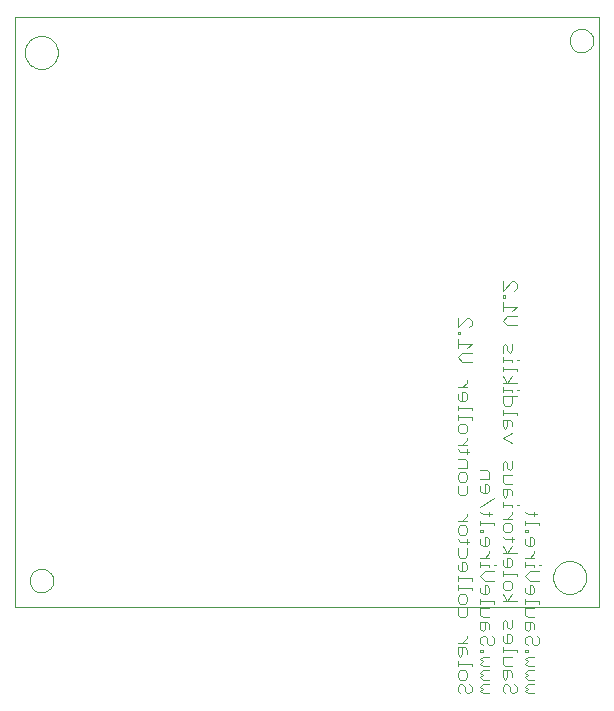
<source format=gbo>
G75*
G70*
%OFA0B0*%
%FSLAX24Y24*%
%IPPOS*%
%LPD*%
%AMOC8*
5,1,8,0,0,1.08239X$1,22.5*
%
%ADD10C,0.0000*%
%ADD11C,0.0040*%
D10*
X001252Y000402D02*
X001252Y020087D01*
X020744Y020087D01*
X020744Y000402D01*
X001252Y000402D01*
X001751Y001296D02*
X001753Y001335D01*
X001759Y001374D01*
X001769Y001412D01*
X001782Y001449D01*
X001799Y001484D01*
X001819Y001518D01*
X001843Y001549D01*
X001870Y001578D01*
X001899Y001604D01*
X001931Y001627D01*
X001965Y001647D01*
X002001Y001663D01*
X002038Y001675D01*
X002077Y001684D01*
X002116Y001689D01*
X002155Y001690D01*
X002194Y001687D01*
X002233Y001680D01*
X002270Y001669D01*
X002307Y001655D01*
X002342Y001637D01*
X002375Y001616D01*
X002406Y001591D01*
X002434Y001564D01*
X002459Y001534D01*
X002481Y001501D01*
X002500Y001467D01*
X002515Y001431D01*
X002527Y001393D01*
X002535Y001355D01*
X002539Y001316D01*
X002539Y001276D01*
X002535Y001237D01*
X002527Y001199D01*
X002515Y001161D01*
X002500Y001125D01*
X002481Y001091D01*
X002459Y001058D01*
X002434Y001028D01*
X002406Y001001D01*
X002375Y000976D01*
X002342Y000955D01*
X002307Y000937D01*
X002270Y000923D01*
X002233Y000912D01*
X002194Y000905D01*
X002155Y000902D01*
X002116Y000903D01*
X002077Y000908D01*
X002038Y000917D01*
X002001Y000929D01*
X001965Y000945D01*
X001931Y000965D01*
X001899Y000988D01*
X001870Y001014D01*
X001843Y001043D01*
X001819Y001074D01*
X001799Y001108D01*
X001782Y001143D01*
X001769Y001180D01*
X001759Y001218D01*
X001753Y001257D01*
X001751Y001296D01*
X019201Y001402D02*
X019203Y001449D01*
X019209Y001495D01*
X019219Y001541D01*
X019232Y001586D01*
X019250Y001629D01*
X019271Y001671D01*
X019295Y001711D01*
X019323Y001748D01*
X019354Y001783D01*
X019388Y001816D01*
X019424Y001845D01*
X019463Y001871D01*
X019504Y001894D01*
X019547Y001913D01*
X019591Y001929D01*
X019636Y001941D01*
X019682Y001949D01*
X019729Y001953D01*
X019775Y001953D01*
X019822Y001949D01*
X019868Y001941D01*
X019913Y001929D01*
X019957Y001913D01*
X020000Y001894D01*
X020041Y001871D01*
X020080Y001845D01*
X020116Y001816D01*
X020150Y001783D01*
X020181Y001748D01*
X020209Y001711D01*
X020233Y001671D01*
X020254Y001629D01*
X020272Y001586D01*
X020285Y001541D01*
X020295Y001495D01*
X020301Y001449D01*
X020303Y001402D01*
X020301Y001355D01*
X020295Y001309D01*
X020285Y001263D01*
X020272Y001218D01*
X020254Y001175D01*
X020233Y001133D01*
X020209Y001093D01*
X020181Y001056D01*
X020150Y001021D01*
X020116Y000988D01*
X020080Y000959D01*
X020041Y000933D01*
X020000Y000910D01*
X019957Y000891D01*
X019913Y000875D01*
X019868Y000863D01*
X019822Y000855D01*
X019775Y000851D01*
X019729Y000851D01*
X019682Y000855D01*
X019636Y000863D01*
X019591Y000875D01*
X019547Y000891D01*
X019504Y000910D01*
X019463Y000933D01*
X019424Y000959D01*
X019388Y000988D01*
X019354Y001021D01*
X019323Y001056D01*
X019295Y001093D01*
X019271Y001133D01*
X019250Y001175D01*
X019232Y001218D01*
X019219Y001263D01*
X019209Y001309D01*
X019203Y001355D01*
X019201Y001402D01*
X001594Y018902D02*
X001596Y018949D01*
X001602Y018995D01*
X001612Y019041D01*
X001625Y019086D01*
X001643Y019129D01*
X001664Y019171D01*
X001688Y019211D01*
X001716Y019248D01*
X001747Y019283D01*
X001781Y019316D01*
X001817Y019345D01*
X001856Y019371D01*
X001897Y019394D01*
X001940Y019413D01*
X001984Y019429D01*
X002029Y019441D01*
X002075Y019449D01*
X002122Y019453D01*
X002168Y019453D01*
X002215Y019449D01*
X002261Y019441D01*
X002306Y019429D01*
X002350Y019413D01*
X002393Y019394D01*
X002434Y019371D01*
X002473Y019345D01*
X002509Y019316D01*
X002543Y019283D01*
X002574Y019248D01*
X002602Y019211D01*
X002626Y019171D01*
X002647Y019129D01*
X002665Y019086D01*
X002678Y019041D01*
X002688Y018995D01*
X002694Y018949D01*
X002696Y018902D01*
X002694Y018855D01*
X002688Y018809D01*
X002678Y018763D01*
X002665Y018718D01*
X002647Y018675D01*
X002626Y018633D01*
X002602Y018593D01*
X002574Y018556D01*
X002543Y018521D01*
X002509Y018488D01*
X002473Y018459D01*
X002434Y018433D01*
X002393Y018410D01*
X002350Y018391D01*
X002306Y018375D01*
X002261Y018363D01*
X002215Y018355D01*
X002168Y018351D01*
X002122Y018351D01*
X002075Y018355D01*
X002029Y018363D01*
X001984Y018375D01*
X001940Y018391D01*
X001897Y018410D01*
X001856Y018433D01*
X001817Y018459D01*
X001781Y018488D01*
X001747Y018521D01*
X001716Y018556D01*
X001688Y018593D01*
X001664Y018633D01*
X001643Y018675D01*
X001625Y018718D01*
X001612Y018763D01*
X001602Y018809D01*
X001596Y018855D01*
X001594Y018902D01*
X019751Y019296D02*
X019753Y019335D01*
X019759Y019374D01*
X019769Y019412D01*
X019782Y019449D01*
X019799Y019484D01*
X019819Y019518D01*
X019843Y019549D01*
X019870Y019578D01*
X019899Y019604D01*
X019931Y019627D01*
X019965Y019647D01*
X020001Y019663D01*
X020038Y019675D01*
X020077Y019684D01*
X020116Y019689D01*
X020155Y019690D01*
X020194Y019687D01*
X020233Y019680D01*
X020270Y019669D01*
X020307Y019655D01*
X020342Y019637D01*
X020375Y019616D01*
X020406Y019591D01*
X020434Y019564D01*
X020459Y019534D01*
X020481Y019501D01*
X020500Y019467D01*
X020515Y019431D01*
X020527Y019393D01*
X020535Y019355D01*
X020539Y019316D01*
X020539Y019276D01*
X020535Y019237D01*
X020527Y019199D01*
X020515Y019161D01*
X020500Y019125D01*
X020481Y019091D01*
X020459Y019058D01*
X020434Y019028D01*
X020406Y019001D01*
X020375Y018976D01*
X020342Y018955D01*
X020307Y018937D01*
X020270Y018923D01*
X020233Y018912D01*
X020194Y018905D01*
X020155Y018902D01*
X020116Y018903D01*
X020077Y018908D01*
X020038Y018917D01*
X020001Y018929D01*
X019965Y018945D01*
X019931Y018965D01*
X019899Y018988D01*
X019870Y019014D01*
X019843Y019043D01*
X019819Y019074D01*
X019799Y019108D01*
X019782Y019143D01*
X019769Y019180D01*
X019759Y019218D01*
X019753Y019257D01*
X019751Y019296D01*
D11*
X017905Y011269D02*
X017982Y011192D01*
X017982Y011038D01*
X017905Y010962D01*
X017905Y011269D02*
X017829Y011269D01*
X017522Y010962D01*
X017522Y011269D01*
X017522Y010808D02*
X017522Y010731D01*
X017598Y010731D01*
X017598Y010808D01*
X017522Y010808D01*
X017522Y010578D02*
X017522Y010271D01*
X017522Y010424D02*
X017982Y010424D01*
X017829Y010271D01*
X017982Y010118D02*
X017675Y010118D01*
X017522Y009964D01*
X017675Y009811D01*
X017982Y009811D01*
X017829Y009197D02*
X017829Y008967D01*
X017752Y008890D01*
X017675Y008967D01*
X017675Y009120D01*
X017598Y009197D01*
X017522Y009120D01*
X017522Y008890D01*
X017522Y008736D02*
X017522Y008583D01*
X017522Y008660D02*
X017829Y008660D01*
X017829Y008583D01*
X017982Y008660D02*
X018059Y008660D01*
X017982Y008353D02*
X017522Y008353D01*
X017522Y008429D02*
X017522Y008276D01*
X017522Y008123D02*
X017675Y007892D01*
X017829Y008123D01*
X017982Y008276D02*
X017982Y008353D01*
X017982Y007892D02*
X017522Y007892D01*
X017522Y007739D02*
X017522Y007585D01*
X017522Y007662D02*
X017829Y007662D01*
X017829Y007585D01*
X017829Y007432D02*
X017829Y007202D01*
X017752Y007125D01*
X017598Y007125D01*
X017522Y007202D01*
X017522Y007432D01*
X017982Y007432D01*
X017982Y007662D02*
X018059Y007662D01*
X017522Y006972D02*
X017522Y006818D01*
X017522Y006895D02*
X017982Y006895D01*
X017982Y006818D01*
X017829Y006588D02*
X017752Y006665D01*
X017522Y006665D01*
X017522Y006434D01*
X017598Y006358D01*
X017675Y006434D01*
X017675Y006665D01*
X017829Y006588D02*
X017829Y006434D01*
X017829Y006204D02*
X017522Y006051D01*
X017829Y005897D01*
X017829Y005283D02*
X017829Y005053D01*
X017752Y004977D01*
X017675Y005053D01*
X017675Y005207D01*
X017598Y005283D01*
X017522Y005207D01*
X017522Y004977D01*
X017522Y004823D02*
X017829Y004823D01*
X017829Y004516D02*
X017598Y004516D01*
X017522Y004593D01*
X017522Y004823D01*
X017079Y004900D02*
X017079Y004670D01*
X016772Y004670D01*
X016925Y004516D02*
X016925Y004209D01*
X016848Y004209D02*
X017002Y004209D01*
X017079Y004286D01*
X017079Y004439D01*
X017002Y004516D01*
X016925Y004516D01*
X016772Y004439D02*
X016772Y004286D01*
X016848Y004209D01*
X017232Y004056D02*
X016772Y003749D01*
X016772Y003595D02*
X016848Y003519D01*
X017155Y003519D01*
X017079Y003595D02*
X017079Y003442D01*
X017232Y003212D02*
X016772Y003212D01*
X016772Y003288D02*
X016772Y003135D01*
X016772Y002981D02*
X016772Y002905D01*
X016848Y002905D01*
X016848Y002981D01*
X016772Y002981D01*
X016925Y002751D02*
X016925Y002444D01*
X016848Y002444D02*
X017002Y002444D01*
X017079Y002521D01*
X017079Y002675D01*
X017002Y002751D01*
X016925Y002751D01*
X016772Y002675D02*
X016772Y002521D01*
X016848Y002444D01*
X017079Y002291D02*
X017079Y002214D01*
X016925Y002061D01*
X016772Y002061D02*
X017079Y002061D01*
X017079Y001830D02*
X016772Y001830D01*
X016772Y001754D02*
X016772Y001907D01*
X017079Y001830D02*
X017079Y001754D01*
X017232Y001830D02*
X017309Y001830D01*
X017522Y001830D02*
X017522Y001984D01*
X017522Y001830D02*
X017598Y001754D01*
X017752Y001754D01*
X017829Y001830D01*
X017829Y001984D01*
X017752Y002061D01*
X017675Y002061D01*
X017675Y001754D01*
X017522Y001600D02*
X017522Y001447D01*
X017522Y001524D02*
X017982Y001524D01*
X017982Y001447D01*
X017752Y001293D02*
X017829Y001217D01*
X017829Y001063D01*
X017752Y000986D01*
X017598Y000986D01*
X017522Y001063D01*
X017522Y001217D01*
X017598Y001293D01*
X017752Y001293D01*
X018272Y001447D02*
X018425Y001600D01*
X018732Y001600D01*
X018579Y001754D02*
X018579Y001830D01*
X018272Y001830D01*
X018272Y001754D02*
X018272Y001907D01*
X018272Y002061D02*
X018579Y002061D01*
X018579Y002214D02*
X018579Y002291D01*
X018579Y002214D02*
X018425Y002061D01*
X017982Y002214D02*
X017522Y002214D01*
X017675Y002214D02*
X017829Y002444D01*
X017829Y002598D02*
X017829Y002751D01*
X017905Y002675D02*
X017598Y002675D01*
X017522Y002751D01*
X017598Y002905D02*
X017522Y002981D01*
X017522Y003135D01*
X017598Y003212D01*
X017752Y003212D01*
X017829Y003135D01*
X017829Y002981D01*
X017752Y002905D01*
X017598Y002905D01*
X017232Y003135D02*
X017232Y003212D01*
X017522Y003365D02*
X017829Y003365D01*
X017829Y003519D02*
X017829Y003595D01*
X017829Y003519D02*
X017675Y003365D01*
X017522Y003749D02*
X017522Y003902D01*
X017522Y003826D02*
X017829Y003826D01*
X017829Y003749D01*
X017982Y003826D02*
X018059Y003826D01*
X018272Y003595D02*
X018348Y003519D01*
X018655Y003519D01*
X018579Y003595D02*
X018579Y003442D01*
X018732Y003212D02*
X018272Y003212D01*
X018272Y003288D02*
X018272Y003135D01*
X018272Y002981D02*
X018272Y002905D01*
X018348Y002905D01*
X018348Y002981D01*
X018272Y002981D01*
X018425Y002751D02*
X018425Y002444D01*
X018348Y002444D02*
X018502Y002444D01*
X018579Y002521D01*
X018579Y002675D01*
X018502Y002751D01*
X018425Y002751D01*
X018272Y002675D02*
X018272Y002521D01*
X018348Y002444D01*
X017675Y002214D02*
X017522Y002444D01*
X017232Y001600D02*
X016925Y001600D01*
X016772Y001447D01*
X016925Y001293D01*
X017232Y001293D01*
X017079Y001063D02*
X017002Y001140D01*
X016925Y001140D01*
X016925Y000833D01*
X016848Y000833D02*
X017002Y000833D01*
X017079Y000910D01*
X017079Y001063D01*
X016772Y001063D02*
X016772Y000910D01*
X016848Y000833D01*
X016772Y000680D02*
X016772Y000526D01*
X016772Y000603D02*
X017232Y000603D01*
X017232Y000526D01*
X017079Y000373D02*
X016772Y000373D01*
X016772Y000142D01*
X016848Y000066D01*
X017079Y000066D01*
X017002Y-000088D02*
X017079Y-000165D01*
X017079Y-000318D01*
X016925Y-000318D02*
X016925Y-000088D01*
X017002Y-000088D02*
X016772Y-000088D01*
X016772Y-000318D01*
X016848Y-000395D01*
X016925Y-000318D01*
X016925Y-000548D02*
X016848Y-000548D01*
X016772Y-000625D01*
X016772Y-000778D01*
X016848Y-000855D01*
X016848Y-001009D02*
X016772Y-001009D01*
X016772Y-001085D01*
X016848Y-001085D01*
X016848Y-001009D01*
X016848Y-001239D02*
X017079Y-001239D01*
X016848Y-001239D02*
X016772Y-001316D01*
X016848Y-001392D01*
X016772Y-001469D01*
X016848Y-001546D01*
X017079Y-001546D01*
X017079Y-001699D02*
X016848Y-001699D01*
X016772Y-001776D01*
X016848Y-001853D01*
X016772Y-001929D01*
X016848Y-002006D01*
X017079Y-002006D01*
X017079Y-002160D02*
X016848Y-002160D01*
X016772Y-002236D01*
X016848Y-002313D01*
X016772Y-002390D01*
X016848Y-002467D01*
X017079Y-002467D01*
X017079Y-000855D02*
X017002Y-000778D01*
X017002Y-000625D01*
X016925Y-000548D01*
X017155Y-000548D02*
X017232Y-000625D01*
X017232Y-000778D01*
X017155Y-000855D01*
X017079Y-000855D01*
X017522Y-000932D02*
X017522Y-001085D01*
X017522Y-001009D02*
X017982Y-001009D01*
X017982Y-001085D01*
X017829Y-001239D02*
X017522Y-001239D01*
X017522Y-001469D01*
X017598Y-001546D01*
X017829Y-001546D01*
X017752Y-001699D02*
X017522Y-001699D01*
X017522Y-001929D01*
X017598Y-002006D01*
X017675Y-001929D01*
X017675Y-001699D01*
X017752Y-001699D02*
X017829Y-001776D01*
X017829Y-001929D01*
X017905Y-002160D02*
X017982Y-002236D01*
X017982Y-002390D01*
X017905Y-002467D01*
X017829Y-002467D01*
X017752Y-002390D01*
X017752Y-002236D01*
X017675Y-002160D01*
X017598Y-002160D01*
X017522Y-002236D01*
X017522Y-002390D01*
X017598Y-002467D01*
X017598Y-000778D02*
X017752Y-000778D01*
X017829Y-000702D01*
X017829Y-000548D01*
X017752Y-000471D01*
X017675Y-000471D01*
X017675Y-000778D01*
X017598Y-000778D02*
X017522Y-000702D01*
X017522Y-000548D01*
X017522Y-000318D02*
X017522Y-000088D01*
X017598Y-000011D01*
X017675Y-000088D01*
X017675Y-000241D01*
X017752Y-000318D01*
X017829Y-000241D01*
X017829Y-000011D01*
X018272Y-000088D02*
X018272Y-000318D01*
X018348Y-000395D01*
X018425Y-000318D01*
X018425Y-000088D01*
X018502Y-000088D02*
X018272Y-000088D01*
X018348Y000066D02*
X018272Y000142D01*
X018272Y000373D01*
X018579Y000373D01*
X018732Y000526D02*
X018732Y000603D01*
X018272Y000603D01*
X018272Y000526D02*
X018272Y000680D01*
X018348Y000833D02*
X018502Y000833D01*
X018579Y000910D01*
X018579Y001063D01*
X018502Y001140D01*
X018425Y001140D01*
X018425Y000833D01*
X018348Y000833D02*
X018272Y000910D01*
X018272Y001063D01*
X018425Y001293D02*
X018272Y001447D01*
X018425Y001293D02*
X018732Y001293D01*
X018732Y001830D02*
X018809Y001830D01*
X017829Y000833D02*
X017675Y000603D01*
X017522Y000833D01*
X017522Y000603D02*
X017982Y000603D01*
X018348Y000066D02*
X018579Y000066D01*
X018502Y-000088D02*
X018579Y-000165D01*
X018579Y-000318D01*
X018655Y-000548D02*
X018732Y-000625D01*
X018732Y-000778D01*
X018655Y-000855D01*
X018579Y-000855D01*
X018502Y-000778D01*
X018502Y-000625D01*
X018425Y-000548D01*
X018348Y-000548D01*
X018272Y-000625D01*
X018272Y-000778D01*
X018348Y-000855D01*
X018348Y-001009D02*
X018272Y-001009D01*
X018272Y-001085D01*
X018348Y-001085D01*
X018348Y-001009D01*
X018348Y-001239D02*
X018579Y-001239D01*
X018348Y-001239D02*
X018272Y-001316D01*
X018348Y-001392D01*
X018272Y-001469D01*
X018348Y-001546D01*
X018579Y-001546D01*
X018579Y-001699D02*
X018348Y-001699D01*
X018272Y-001776D01*
X018348Y-001853D01*
X018272Y-001929D01*
X018348Y-002006D01*
X018579Y-002006D01*
X018579Y-002160D02*
X018348Y-002160D01*
X018272Y-002236D01*
X018348Y-002313D01*
X018272Y-002390D01*
X018348Y-002467D01*
X018579Y-002467D01*
X016482Y-002390D02*
X016405Y-002467D01*
X016329Y-002467D01*
X016252Y-002390D01*
X016252Y-002236D01*
X016175Y-002160D01*
X016098Y-002160D01*
X016022Y-002236D01*
X016022Y-002390D01*
X016098Y-002467D01*
X016098Y-002006D02*
X016022Y-001929D01*
X016022Y-001776D01*
X016098Y-001699D01*
X016252Y-001699D01*
X016329Y-001776D01*
X016329Y-001929D01*
X016252Y-002006D01*
X016098Y-002006D01*
X016022Y-001546D02*
X016022Y-001392D01*
X016022Y-001469D02*
X016482Y-001469D01*
X016482Y-001546D01*
X016329Y-001162D02*
X016329Y-001009D01*
X016252Y-000932D01*
X016022Y-000932D01*
X016022Y-001162D01*
X016098Y-001239D01*
X016175Y-001162D01*
X016175Y-000932D01*
X016175Y-000778D02*
X016329Y-000625D01*
X016329Y-000548D01*
X016329Y-000778D02*
X016022Y-000778D01*
X016098Y000066D02*
X016022Y000142D01*
X016022Y000373D01*
X016098Y000526D02*
X016022Y000603D01*
X016022Y000756D01*
X016098Y000833D01*
X016252Y000833D01*
X016329Y000756D01*
X016329Y000603D01*
X016252Y000526D01*
X016098Y000526D01*
X016329Y000373D02*
X016329Y000142D01*
X016252Y000066D01*
X016098Y000066D01*
X016405Y-002160D02*
X016482Y-002236D01*
X016482Y-002390D01*
X016482Y000986D02*
X016482Y001063D01*
X016022Y001063D01*
X016022Y000986D02*
X016022Y001140D01*
X016022Y001293D02*
X016022Y001447D01*
X016022Y001370D02*
X016482Y001370D01*
X016482Y001293D01*
X016252Y001600D02*
X016329Y001677D01*
X016329Y001830D01*
X016252Y001907D01*
X016175Y001907D01*
X016175Y001600D01*
X016098Y001600D02*
X016252Y001600D01*
X016098Y001600D02*
X016022Y001677D01*
X016022Y001830D01*
X016098Y002061D02*
X016022Y002137D01*
X016022Y002368D01*
X016098Y002598D02*
X016022Y002675D01*
X016098Y002598D02*
X016405Y002598D01*
X016329Y002521D02*
X016329Y002675D01*
X016252Y002828D02*
X016098Y002828D01*
X016022Y002905D01*
X016022Y003058D01*
X016098Y003135D01*
X016252Y003135D01*
X016329Y003058D01*
X016329Y002905D01*
X016252Y002828D01*
X016329Y002368D02*
X016329Y002137D01*
X016252Y002061D01*
X016098Y002061D01*
X016022Y003288D02*
X016329Y003288D01*
X016175Y003288D02*
X016329Y003442D01*
X016329Y003519D01*
X016252Y004132D02*
X016098Y004132D01*
X016022Y004209D01*
X016022Y004439D01*
X016098Y004593D02*
X016022Y004670D01*
X016022Y004823D01*
X016098Y004900D01*
X016252Y004900D01*
X016329Y004823D01*
X016329Y004670D01*
X016252Y004593D01*
X016098Y004593D01*
X016329Y004439D02*
X016329Y004209D01*
X016252Y004132D01*
X016772Y004977D02*
X017002Y004977D01*
X017079Y004900D01*
X017522Y004363D02*
X017522Y004132D01*
X017598Y004056D01*
X017675Y004132D01*
X017675Y004363D01*
X017752Y004363D02*
X017522Y004363D01*
X017752Y004363D02*
X017829Y004286D01*
X017829Y004132D01*
X018732Y003212D02*
X018732Y003135D01*
X016329Y005053D02*
X016329Y005283D01*
X016252Y005360D01*
X016022Y005360D01*
X016098Y005590D02*
X016022Y005667D01*
X016098Y005590D02*
X016405Y005590D01*
X016329Y005514D02*
X016329Y005667D01*
X016329Y005821D02*
X016022Y005821D01*
X016175Y005821D02*
X016329Y005974D01*
X016329Y006051D01*
X016252Y006204D02*
X016098Y006204D01*
X016022Y006281D01*
X016022Y006434D01*
X016098Y006511D01*
X016252Y006511D01*
X016329Y006434D01*
X016329Y006281D01*
X016252Y006204D01*
X016482Y006665D02*
X016482Y006741D01*
X016022Y006741D01*
X016022Y006665D02*
X016022Y006818D01*
X016022Y006972D02*
X016022Y007125D01*
X016022Y007048D02*
X016482Y007048D01*
X016482Y006972D01*
X016252Y007278D02*
X016329Y007355D01*
X016329Y007509D01*
X016252Y007585D01*
X016175Y007585D01*
X016175Y007278D01*
X016098Y007278D02*
X016252Y007278D01*
X016098Y007278D02*
X016022Y007355D01*
X016022Y007509D01*
X016022Y007739D02*
X016329Y007739D01*
X016329Y007892D02*
X016175Y007739D01*
X016329Y007892D02*
X016329Y007969D01*
X016482Y008583D02*
X016175Y008583D01*
X016022Y008736D01*
X016175Y008890D01*
X016482Y008890D01*
X016329Y009043D02*
X016482Y009197D01*
X016022Y009197D01*
X016022Y009350D02*
X016022Y009043D01*
X016022Y009504D02*
X016022Y009580D01*
X016098Y009580D01*
X016098Y009504D01*
X016022Y009504D01*
X016022Y009734D02*
X016329Y010041D01*
X016405Y010041D01*
X016482Y009964D01*
X016482Y009811D01*
X016405Y009734D01*
X016022Y009734D02*
X016022Y010041D01*
X016022Y005053D02*
X016329Y005053D01*
M02*

</source>
